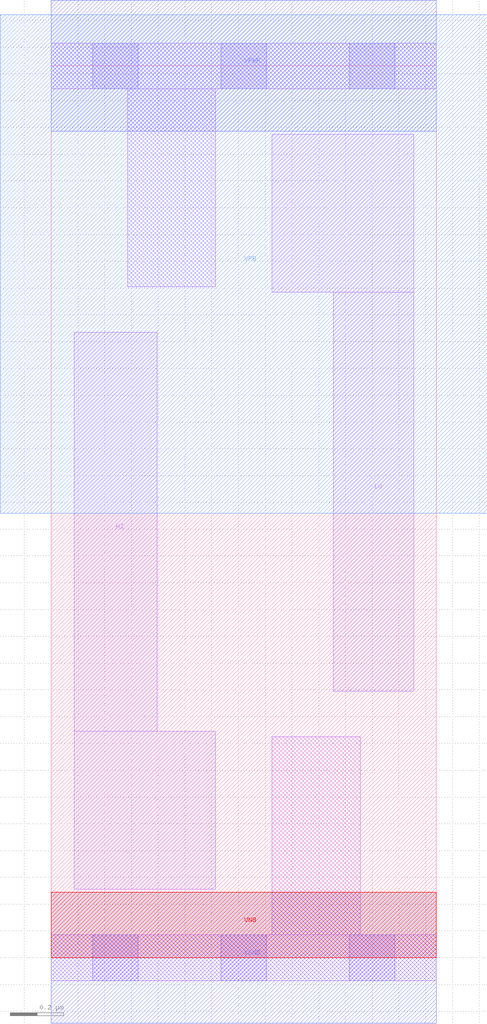
<source format=lef>
# Copyright 2020 The SkyWater PDK Authors
#
# Licensed under the Apache License, Version 2.0 (the "License");
# you may not use this file except in compliance with the License.
# You may obtain a copy of the License at
#
#     https://www.apache.org/licenses/LICENSE-2.0
#
# Unless required by applicable law or agreed to in writing, software
# distributed under the License is distributed on an "AS IS" BASIS,
# WITHOUT WARRANTIES OR CONDITIONS OF ANY KIND, either express or implied.
# See the License for the specific language governing permissions and
# limitations under the License.
#
# SPDX-License-Identifier: Apache-2.0

VERSION 5.7 ;
  NOWIREEXTENSIONATPIN ON ;
  DIVIDERCHAR "/" ;
  BUSBITCHARS "[]" ;
MACRO sky130_fd_sc_ls__conb_1
  CLASS CORE ;
  FOREIGN sky130_fd_sc_ls__conb_1 ;
  ORIGIN  0.000000  0.000000 ;
  SIZE  1.440000 BY  3.330000 ;
  SYMMETRY X Y ;
  SITE unit ;
  PIN HI
    DIRECTION OUTPUT ;
    USE SIGNAL ;
    PORT
      LAYER li1 ;
        RECT 0.085000 0.255000 0.615000 0.845000 ;
        RECT 0.085000 0.845000 0.395000 2.335000 ;
    END
  END HI
  PIN LO
    DIRECTION OUTPUT ;
    USE SIGNAL ;
    PORT
      LAYER li1 ;
        RECT 0.825000 2.485000 1.355000 3.075000 ;
        RECT 1.055000 0.995000 1.355000 2.485000 ;
    END
  END LO
  PIN VGND
    DIRECTION INOUT ;
    SHAPE ABUTMENT ;
    USE GROUND ;
    PORT
      LAYER met1 ;
        RECT 0.000000 -0.245000 1.440000 0.245000 ;
    END
  END VGND
  PIN VNB
    DIRECTION INOUT ;
    USE GROUND ;
    PORT
      LAYER pwell ;
        RECT 0.000000 0.000000 1.440000 0.245000 ;
    END
  END VNB
  PIN VPB
    DIRECTION INOUT ;
    USE POWER ;
    PORT
      LAYER nwell ;
        RECT -0.190000 1.660000 1.630000 3.520000 ;
    END
  END VPB
  PIN VPWR
    DIRECTION INOUT ;
    SHAPE ABUTMENT ;
    USE POWER ;
    PORT
      LAYER met1 ;
        RECT 0.000000 3.085000 1.440000 3.575000 ;
    END
  END VPWR
  OBS
    LAYER li1 ;
      RECT 0.000000 -0.085000 1.440000 0.085000 ;
      RECT 0.000000  3.245000 1.440000 3.415000 ;
      RECT 0.285000  2.505000 0.615000 3.245000 ;
      RECT 0.825000  0.085000 1.155000 0.825000 ;
    LAYER mcon ;
      RECT 0.155000 -0.085000 0.325000 0.085000 ;
      RECT 0.155000  3.245000 0.325000 3.415000 ;
      RECT 0.635000 -0.085000 0.805000 0.085000 ;
      RECT 0.635000  3.245000 0.805000 3.415000 ;
      RECT 1.115000 -0.085000 1.285000 0.085000 ;
      RECT 1.115000  3.245000 1.285000 3.415000 ;
  END
END sky130_fd_sc_ls__conb_1
END LIBRARY

</source>
